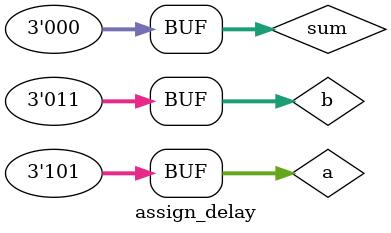
<source format=v>
`timescale 1ns / 1ps


module assign_delay;
  reg [2:0] a, b;
  wire [2:0] sum;
  assign #5 sum = a + b;
  initial begin
    $monitor("Time=%0t a=%b b=%b sum=%b", $time, a, b, sum);
    a = 3'b110; b = 3'b010;
    #100
     a = 3'b101; b = 3'b011;
  end
endmodule


</source>
